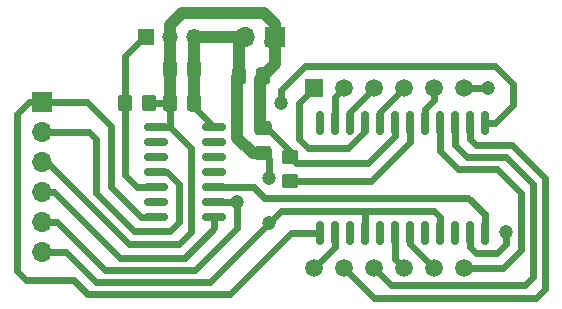
<source format=gbr>
%TF.GenerationSoftware,KiCad,Pcbnew,7.0.5*%
%TF.CreationDate,2024-02-26T15:45:18+01:00*%
%TF.ProjectId,thermometer-hw,74686572-6d6f-46d6-9574-65722d68772e,rev?*%
%TF.SameCoordinates,Original*%
%TF.FileFunction,Copper,L1,Top*%
%TF.FilePolarity,Positive*%
%FSLAX46Y46*%
G04 Gerber Fmt 4.6, Leading zero omitted, Abs format (unit mm)*
G04 Created by KiCad (PCBNEW 7.0.5) date 2024-02-26 15:45:18*
%MOMM*%
%LPD*%
G01*
G04 APERTURE LIST*
G04 Aperture macros list*
%AMRoundRect*
0 Rectangle with rounded corners*
0 $1 Rounding radius*
0 $2 $3 $4 $5 $6 $7 $8 $9 X,Y pos of 4 corners*
0 Add a 4 corners polygon primitive as box body*
4,1,4,$2,$3,$4,$5,$6,$7,$8,$9,$2,$3,0*
0 Add four circle primitives for the rounded corners*
1,1,$1+$1,$2,$3*
1,1,$1+$1,$4,$5*
1,1,$1+$1,$6,$7*
1,1,$1+$1,$8,$9*
0 Add four rect primitives between the rounded corners*
20,1,$1+$1,$2,$3,$4,$5,0*
20,1,$1+$1,$4,$5,$6,$7,0*
20,1,$1+$1,$6,$7,$8,$9,0*
20,1,$1+$1,$8,$9,$2,$3,0*%
G04 Aperture macros list end*
%TA.AperFunction,SMDPad,CuDef*%
%ADD10RoundRect,0.250000X0.337500X0.475000X-0.337500X0.475000X-0.337500X-0.475000X0.337500X-0.475000X0*%
%TD*%
%TA.AperFunction,SMDPad,CuDef*%
%ADD11RoundRect,0.250000X-0.475000X0.337500X-0.475000X-0.337500X0.475000X-0.337500X0.475000X0.337500X0*%
%TD*%
%TA.AperFunction,SMDPad,CuDef*%
%ADD12RoundRect,0.150000X-0.825000X-0.150000X0.825000X-0.150000X0.825000X0.150000X-0.825000X0.150000X0*%
%TD*%
%TA.AperFunction,SMDPad,CuDef*%
%ADD13RoundRect,0.250000X-0.337500X-0.475000X0.337500X-0.475000X0.337500X0.475000X-0.337500X0.475000X0*%
%TD*%
%TA.AperFunction,ComponentPad*%
%ADD14R,1.350000X1.350000*%
%TD*%
%TA.AperFunction,ComponentPad*%
%ADD15O,1.350000X1.350000*%
%TD*%
%TA.AperFunction,SMDPad,CuDef*%
%ADD16RoundRect,0.150000X0.150000X-0.875000X0.150000X0.875000X-0.150000X0.875000X-0.150000X-0.875000X0*%
%TD*%
%TA.AperFunction,SMDPad,CuDef*%
%ADD17RoundRect,0.250000X0.350000X0.450000X-0.350000X0.450000X-0.350000X-0.450000X0.350000X-0.450000X0*%
%TD*%
%TA.AperFunction,SMDPad,CuDef*%
%ADD18RoundRect,0.250000X-0.450000X0.350000X-0.450000X-0.350000X0.450000X-0.350000X0.450000X0.350000X0*%
%TD*%
%TA.AperFunction,ComponentPad*%
%ADD19R,1.700000X1.700000*%
%TD*%
%TA.AperFunction,ComponentPad*%
%ADD20O,1.700000X1.700000*%
%TD*%
%TA.AperFunction,ComponentPad*%
%ADD21R,1.500000X1.500000*%
%TD*%
%TA.AperFunction,ComponentPad*%
%ADD22C,1.500000*%
%TD*%
%TA.AperFunction,ViaPad*%
%ADD23C,1.200000*%
%TD*%
%TA.AperFunction,Conductor*%
%ADD24C,0.600000*%
%TD*%
%TA.AperFunction,Conductor*%
%ADD25C,1.000000*%
%TD*%
G04 APERTURE END LIST*
D10*
%TO.P,C4,1*%
%TO.N,+BATT*%
X21865500Y24765000D03*
%TO.P,C4,2*%
%TO.N,GND*%
X19790500Y24765000D03*
%TD*%
D11*
%TO.P,C2,1*%
%TO.N,+BATT*%
X21844000Y20341500D03*
%TO.P,C2,2*%
%TO.N,GND*%
X21844000Y18266500D03*
%TD*%
D12*
%TO.P,U1,1,VCC*%
%TO.N,+BATT*%
X12765000Y20447001D03*
%TO.P,U1,2,XTAL1/PB0*%
%TO.N,unconnected-(U1-XTAL1{slash}PB0-Pad2)*%
X12765000Y19177001D03*
%TO.P,U1,3,XTAL2/PB1*%
%TO.N,unconnected-(U1-XTAL2{slash}PB1-Pad3)*%
X12765000Y17907001D03*
%TO.P,U1,4,~{RESET}/PB3*%
%TO.N,RST*%
X12765000Y16637001D03*
%TO.P,U1,5,PB2*%
%TO.N,1W*%
X12765000Y15367001D03*
%TO.P,U1,6,PA7*%
%TO.N,unconnected-(U1-PA7-Pad6)*%
X12765000Y14097001D03*
%TO.P,U1,7,PA6*%
%TO.N,MOSI*%
X12765000Y12827001D03*
%TO.P,U1,8,PA5*%
%TO.N,MISO*%
X17715000Y12827001D03*
%TO.P,U1,9,PA4*%
%TO.N,SCK*%
X17715000Y14097001D03*
%TO.P,U1,10,PA3*%
%TO.N,CS*%
X17715000Y15367001D03*
%TO.P,U1,11,PA2*%
%TO.N,unconnected-(U1-PA2-Pad11)*%
X17715000Y16637001D03*
%TO.P,U1,12,PA1*%
%TO.N,unconnected-(U1-PA1-Pad12)*%
X17715000Y17907001D03*
%TO.P,U1,13,AREF/PA0*%
%TO.N,unconnected-(U1-AREF{slash}PA0-Pad13)*%
X17715000Y19177001D03*
%TO.P,U1,14,GND*%
%TO.N,GND*%
X17715000Y20447001D03*
%TD*%
D13*
%TO.P,C3,1*%
%TO.N,+BATT*%
X13948500Y25399999D03*
%TO.P,C3,2*%
%TO.N,GND*%
X16023500Y25399999D03*
%TD*%
%TO.P,C1,1*%
%TO.N,+BATT*%
X13948500Y22478999D03*
%TO.P,C1,2*%
%TO.N,GND*%
X16023500Y22478999D03*
%TD*%
D14*
%TO.P,J1,1,Pin_1*%
%TO.N,1W*%
X11970000Y28067000D03*
D15*
%TO.P,J1,2,Pin_2*%
%TO.N,+BATT*%
X13970000Y28067000D03*
%TO.P,J1,3,Pin_3*%
%TO.N,GND*%
X15970000Y28067000D03*
%TD*%
D16*
%TO.P,U2,1,DIN*%
%TO.N,MOSI*%
X26670000Y11479000D03*
%TO.P,U2,2,DIG_0*%
%TO.N,DIGIT0*%
X27940000Y11479000D03*
%TO.P,U2,3,DIG_4*%
%TO.N,unconnected-(U2-DIG_4-Pad3)*%
X29210000Y11479000D03*
%TO.P,U2,4,GND*%
%TO.N,GND*%
X30480000Y11479000D03*
%TO.P,U2,5,DIG_6*%
%TO.N,unconnected-(U2-DIG_6-Pad5)*%
X31750000Y11479000D03*
%TO.P,U2,6,DIG_2*%
%TO.N,DIGIT1*%
X33020000Y11479000D03*
%TO.P,U2,7,DIG_3*%
%TO.N,DIGIT2*%
X34290000Y11479000D03*
%TO.P,U2,8,DIG_7*%
%TO.N,unconnected-(U2-DIG_7-Pad8)*%
X35560000Y11479000D03*
%TO.P,U2,9,GND*%
%TO.N,GND*%
X36830000Y11479000D03*
%TO.P,U2,10,DIG_5*%
%TO.N,unconnected-(U2-DIG_5-Pad10)*%
X38100000Y11479000D03*
%TO.P,U2,11,DIG_1*%
%TO.N,DIGIT3*%
X39370000Y11479000D03*
%TO.P,U2,12,~{CS}*%
%TO.N,CS*%
X40640000Y11479000D03*
%TO.P,U2,13,CLK*%
%TO.N,SCK*%
X40640000Y20779000D03*
%TO.P,U2,14,SEG_A*%
%TO.N,Net-(U2-SEG_A)*%
X39370000Y20779000D03*
%TO.P,U2,15,SEG_F*%
%TO.N,Net-(U2-SEG_F)*%
X38100000Y20779000D03*
%TO.P,U2,16,SEG_B*%
%TO.N,Net-(U2-SEG_B)*%
X36830000Y20779000D03*
%TO.P,U2,17,SEG_G*%
%TO.N,Net-(U2-SEG_G)*%
X35560000Y20779000D03*
%TO.P,U2,18,ISET*%
%TO.N,Net-(U2-ISET)*%
X34290000Y20779000D03*
%TO.P,U2,19,V+*%
%TO.N,+BATT*%
X33020000Y20779000D03*
%TO.P,U2,20,SEG_C*%
%TO.N,Net-(U2-SEG_C)*%
X31750000Y20779000D03*
%TO.P,U2,21,SEG_E*%
%TO.N,Net-(U2-SEG_E)*%
X30480000Y20779000D03*
%TO.P,U2,22,SEG_DP*%
%TO.N,Net-(U2-SEG_DP)*%
X29210000Y20779000D03*
%TO.P,U2,23,SEG_D*%
%TO.N,Net-(U2-SEG_D)*%
X27940000Y20779000D03*
%TO.P,U2,24,DOUT*%
%TO.N,unconnected-(U2-DOUT-Pad24)*%
X26670000Y20779000D03*
%TD*%
D17*
%TO.P,R2,1*%
%TO.N,+BATT*%
X12176001Y22479000D03*
%TO.P,R2,2*%
%TO.N,1W*%
X10176001Y22479000D03*
%TD*%
D18*
%TO.P,R1,1*%
%TO.N,+BATT*%
X24130000Y17891000D03*
%TO.P,R1,2*%
%TO.N,Net-(U2-ISET)*%
X24130000Y15891000D03*
%TD*%
D19*
%TO.P,J2,1,Pin_1*%
%TO.N,+BATT*%
X22860000Y28067000D03*
D20*
%TO.P,J2,2,Pin_2*%
%TO.N,GND*%
X20320000Y28067000D03*
%TD*%
D21*
%TO.P,U3,1,e*%
%TO.N,Net-(U2-SEG_E)*%
X26165000Y23776000D03*
D22*
%TO.P,U3,2,d*%
%TO.N,Net-(U2-SEG_D)*%
X28705000Y23776000D03*
%TO.P,U3,3,DPX*%
%TO.N,Net-(U2-SEG_DP)*%
X31245000Y23776000D03*
%TO.P,U3,4,c*%
%TO.N,Net-(U2-SEG_C)*%
X33785000Y23776000D03*
%TO.P,U3,5,g*%
%TO.N,Net-(U2-SEG_G)*%
X36325000Y23776000D03*
%TO.P,U3,6,CC4*%
%TO.N,DIGIT3*%
X38865000Y23776000D03*
%TO.P,U3,7,b*%
%TO.N,Net-(U2-SEG_B)*%
X38865000Y8536000D03*
%TO.P,U3,8,CC3*%
%TO.N,DIGIT2*%
X36325000Y8536000D03*
%TO.P,U3,9,CC2*%
%TO.N,DIGIT1*%
X33785000Y8536000D03*
%TO.P,U3,10,f*%
%TO.N,Net-(U2-SEG_F)*%
X31245000Y8536000D03*
%TO.P,U3,11,a*%
%TO.N,Net-(U2-SEG_A)*%
X28705000Y8536000D03*
%TO.P,U3,12,CC1*%
%TO.N,DIGIT0*%
X26165000Y8536000D03*
%TD*%
D19*
%TO.P,J3,1,Pin_1*%
%TO.N,MOSI*%
X3175000Y22606000D03*
D20*
%TO.P,J3,2,Pin_2*%
%TO.N,RST*%
X3175000Y20066000D03*
%TO.P,J3,3,Pin_3*%
%TO.N,+BATT*%
X3175000Y17526000D03*
%TO.P,J3,4,Pin_4*%
%TO.N,MISO*%
X3175000Y14986000D03*
%TO.P,J3,5,Pin_5*%
%TO.N,SCK*%
X3175000Y12446000D03*
%TO.P,J3,6,Pin_6*%
%TO.N,GND*%
X3175000Y9906000D03*
%TD*%
D23*
%TO.N,GND*%
X22352000Y12319000D03*
X22352000Y16129000D03*
%TO.N,SCK*%
X19685000Y14097000D03*
X23368000Y22478999D03*
%TO.N,DIGIT3*%
X42418000Y11557000D03*
X40894000Y23749001D03*
%TD*%
D24*
%TO.N,+BATT*%
X13970000Y20447000D02*
X15748000Y18669000D01*
X24622000Y17399000D02*
X24130000Y17891000D01*
D25*
X22860000Y25759500D02*
X21865501Y24765000D01*
X21590000Y24489500D02*
X21590000Y20595500D01*
D24*
X22203500Y20341500D02*
X21844000Y20341500D01*
X13948500Y22479000D02*
X13948500Y20468500D01*
D25*
X21865501Y24765000D02*
X21590000Y24489500D01*
X22860000Y28067000D02*
X22479001Y27686000D01*
X22860000Y29210000D02*
X21971000Y30099000D01*
D24*
X15748000Y11557000D02*
X14732000Y10541000D01*
X33020000Y20779000D02*
X33020000Y19685000D01*
D25*
X14986000Y30099000D02*
X13970000Y29083000D01*
D24*
X12175999Y22479000D02*
X13948500Y22479000D01*
D25*
X21971000Y30099000D02*
X14986000Y30099000D01*
X13970000Y22500500D02*
X13948500Y22479000D01*
X22860000Y28067000D02*
X22860000Y25759500D01*
X13970000Y29083000D02*
X13970000Y28067000D01*
D24*
X15748000Y18669000D02*
X15748000Y11557000D01*
X33020000Y19685000D02*
X30734001Y17399000D01*
X3556000Y17526000D02*
X3175000Y17526000D01*
X10541000Y10541000D02*
X3556000Y17526000D01*
X13948500Y20468500D02*
X13970000Y20447000D01*
X30734001Y17399000D02*
X24622000Y17399000D01*
X12765000Y20447000D02*
X13970000Y20447000D01*
X24130000Y18415000D02*
X22203500Y20341500D01*
X14732000Y10541000D02*
X10541000Y10541000D01*
X24130000Y17891000D02*
X24130000Y18415000D01*
D25*
X21590000Y20595500D02*
X21844000Y20341500D01*
X22860000Y28067000D02*
X22860000Y29210000D01*
X13970000Y28067000D02*
X13970000Y22500500D01*
%TO.N,GND*%
X19685000Y24659500D02*
X19790500Y24765000D01*
X20976500Y18266500D02*
X19685000Y19558000D01*
D24*
X22352000Y16129000D02*
X22352000Y17758499D01*
X22352000Y12319000D02*
X17399000Y7366000D01*
D25*
X16023500Y28013500D02*
X15970000Y28067000D01*
D24*
X36322000Y13335000D02*
X36830000Y12827000D01*
X36830000Y12827000D02*
X36830000Y11478999D01*
D25*
X19685000Y20447000D02*
X19685000Y24659500D01*
X20320000Y28067000D02*
X15970000Y28067000D01*
X19790500Y27537501D02*
X20320000Y28067000D01*
D24*
X5207000Y9906000D02*
X3175000Y9906000D01*
D25*
X19790500Y24765000D02*
X19790500Y27537501D01*
D24*
X30479999Y13335000D02*
X36322000Y13335000D01*
D25*
X16023500Y25400000D02*
X16023500Y28013500D01*
D24*
X16023500Y22479000D02*
X16023500Y22138500D01*
X16023500Y22138500D02*
X17715000Y20447000D01*
D25*
X21844000Y18266500D02*
X20976500Y18266500D01*
D24*
X22352000Y12319000D02*
X23368000Y13335000D01*
D25*
X19685000Y19558000D02*
X19685000Y20447000D01*
D24*
X23368000Y13335000D02*
X30479999Y13335000D01*
X30480000Y11478999D02*
X30479999Y13335000D01*
D25*
X16023500Y25400000D02*
X16023500Y22479000D01*
D24*
X17399000Y7366000D02*
X7747000Y7366000D01*
X22352000Y17758499D02*
X21844000Y18266500D01*
X7747000Y7366000D02*
X5207000Y9906000D01*
D25*
X15970000Y22532500D02*
X16023500Y22479000D01*
D24*
%TO.N,1W*%
X10176000Y16367000D02*
X10176000Y22479000D01*
X12765000Y15367000D02*
X11176000Y15367000D01*
X10176000Y26432000D02*
X11811000Y28067000D01*
X11811000Y28067000D02*
X11970000Y28067000D01*
X11176000Y15367000D02*
X10176000Y16367000D01*
X10176000Y22479000D02*
X10176000Y26432000D01*
%TO.N,MOSI*%
X9017001Y15367000D02*
X9017001Y20574000D01*
X1016000Y8255000D02*
X1524000Y7747000D01*
X26670000Y11478999D02*
X24179000Y11478999D01*
X2032000Y22606000D02*
X3175000Y22606000D01*
X5842000Y7493000D02*
X6223000Y7112000D01*
X9017001Y20574000D02*
X6985001Y22606000D01*
X6985001Y22606000D02*
X3175000Y22606000D01*
X1016000Y8763000D02*
X1016000Y21590000D01*
X12765000Y12827000D02*
X11557000Y12827000D01*
X1524000Y7747000D02*
X1778000Y7493000D01*
X1016000Y8763000D02*
X1016000Y8255000D01*
X1016000Y21590000D02*
X2032000Y22606000D01*
X1778000Y7493000D02*
X4191000Y7493000D01*
X4191000Y7493000D02*
X5842000Y7493000D01*
X11557000Y12827000D02*
X9017001Y15367000D01*
X6985000Y6350000D02*
X5842000Y7493000D01*
X19050000Y6350000D02*
X6985000Y6350000D01*
X24179000Y11478999D02*
X19050000Y6350000D01*
%TO.N,RST*%
X7747000Y14859000D02*
X7747000Y19431000D01*
X7112000Y20066000D02*
X3175000Y20066000D01*
X7747000Y19431000D02*
X7112000Y20066000D01*
X14732000Y12446000D02*
X13970000Y11684000D01*
X12765000Y16637000D02*
X13716000Y16637000D01*
X13716000Y16637000D02*
X14732000Y15621000D01*
X10922000Y11684000D02*
X7747000Y14859000D01*
X14732000Y15621000D02*
X14732000Y12446000D01*
X13970000Y11684000D02*
X10922000Y11684000D01*
%TO.N,MISO*%
X4191000Y14986000D02*
X3175000Y14986000D01*
X9779000Y9398000D02*
X4191000Y14986000D01*
X17715000Y12827000D02*
X17714999Y11873000D01*
X17714999Y11873000D02*
X15240000Y9398000D01*
X15240000Y9398000D02*
X9779000Y9398000D01*
%TO.N,SCK*%
X43053000Y24130000D02*
X41529000Y25654000D01*
X19685000Y14097000D02*
X17715000Y14097000D01*
X19685000Y11938000D02*
X16129000Y8382000D01*
X23368001Y23622000D02*
X23368000Y22478999D01*
X16129000Y8382000D02*
X8509000Y8382000D01*
X19685000Y14097000D02*
X19685000Y11938000D01*
X41480000Y20779000D02*
X43053000Y22352000D01*
X4445000Y12446001D02*
X3175000Y12446000D01*
X40640000Y20779000D02*
X41480000Y20779000D01*
X25400000Y25653999D02*
X23368001Y23622000D01*
X43053000Y22352000D02*
X43053000Y24130000D01*
X41529000Y25654000D02*
X25400000Y25653999D01*
X8509000Y8382000D02*
X4445000Y12446001D01*
%TO.N,Net-(U2-ISET)*%
X34290000Y20779000D02*
X34290000Y19177000D01*
X34290000Y19177000D02*
X30988000Y15875000D01*
X24368000Y15875000D02*
X24130000Y15636999D01*
X30988000Y15875000D02*
X24368000Y15875000D01*
%TO.N,DIGIT0*%
X27940000Y10311000D02*
X26165000Y8536000D01*
X27940000Y11479000D02*
X27940000Y10311000D01*
%TO.N,DIGIT2*%
X34290000Y11479000D02*
X34290000Y10571000D01*
X34290000Y10571000D02*
X36325000Y8536000D01*
%TO.N,DIGIT3*%
X41656000Y9779000D02*
X42164000Y10287001D01*
X40867001Y23776000D02*
X40894000Y23749001D01*
X38865000Y23776000D02*
X40867001Y23776000D01*
X42418000Y10541000D02*
X42418000Y11557000D01*
X38865000Y24170500D02*
X38865000Y23776000D01*
X42164000Y10287001D02*
X42418000Y10541000D01*
X39370000Y10287000D02*
X39878000Y9779000D01*
X39370000Y11479000D02*
X39370000Y10287000D01*
X39878000Y9779000D02*
X41656000Y9779000D01*
%TO.N,DIGIT1*%
X33020000Y9301000D02*
X33785000Y8536000D01*
X33020000Y11479000D02*
X33020000Y9301000D01*
%TO.N,CS*%
X39243000Y14478000D02*
X21971000Y14478000D01*
X40640000Y13081000D02*
X39243000Y14478000D01*
X21082000Y15367000D02*
X17714999Y15367000D01*
X40640000Y11479000D02*
X40640000Y13081000D01*
X21971000Y14478000D02*
X21082000Y15367000D01*
%TO.N,Net-(U2-SEG_A)*%
X45720000Y6731000D02*
X44958000Y5969000D01*
X42926000Y18923000D02*
X45720000Y16129000D01*
X39370000Y19431000D02*
X39878000Y18923000D01*
X45720000Y16129000D02*
X45720000Y6731000D01*
X39370000Y20779000D02*
X39370000Y19431000D01*
X39878000Y18923000D02*
X42926000Y18923000D01*
X31272001Y5969000D02*
X28705000Y8536001D01*
X44958000Y5969000D02*
X31272001Y5969000D01*
%TO.N,Net-(U2-SEG_F)*%
X38100000Y18923000D02*
X39116000Y17907000D01*
X44704000Y7747000D02*
X44069000Y7112000D01*
X42418000Y17907000D02*
X44704000Y15621000D01*
X38100000Y20779000D02*
X38100000Y18923000D01*
X44704000Y15621000D02*
X44704000Y7747000D01*
X44069000Y7112000D02*
X32669000Y7112000D01*
X39116000Y17907000D02*
X42418000Y17907000D01*
X32669000Y7112000D02*
X31245001Y8536000D01*
%TO.N,Net-(U2-SEG_B)*%
X36830000Y20778999D02*
X36830000Y18415000D01*
X42191000Y8536001D02*
X38865000Y8536000D01*
X38354000Y16891000D02*
X41656000Y16891000D01*
X43688000Y14859000D02*
X43688000Y10033000D01*
X43688000Y10033000D02*
X42191000Y8536001D01*
X36830000Y18415000D02*
X38354000Y16891000D01*
X41656000Y16891000D02*
X43688000Y14859000D01*
%TO.N,Net-(U2-SEG_G)*%
X36325001Y23776000D02*
X36325000Y22735999D01*
X35560000Y21971000D02*
X35560000Y20779000D01*
X36325000Y22735999D02*
X35560000Y21971000D01*
%TO.N,Net-(U2-SEG_C)*%
X33785000Y23776000D02*
X31750000Y21741000D01*
X31750000Y21741000D02*
X31750000Y20779000D01*
%TO.N,Net-(U2-SEG_E)*%
X30479999Y20104761D02*
X30480000Y20778999D01*
X24892000Y19431000D02*
X25654000Y18669001D01*
X25654000Y18669001D02*
X29044239Y18669001D01*
X24892000Y22479000D02*
X24892000Y19431000D01*
X26165000Y23776000D02*
X26165000Y23752000D01*
X26165000Y23752000D02*
X24892000Y22479000D01*
X29044239Y18669001D02*
X30479999Y20104761D01*
%TO.N,Net-(U2-SEG_DP)*%
X29210000Y21741000D02*
X29210000Y20779000D01*
X31245000Y23776000D02*
X29210000Y21741000D01*
%TO.N,Net-(U2-SEG_D)*%
X28705000Y23776000D02*
X27940000Y23011000D01*
X27940000Y23011000D02*
X27940000Y20779000D01*
%TD*%
M02*

</source>
